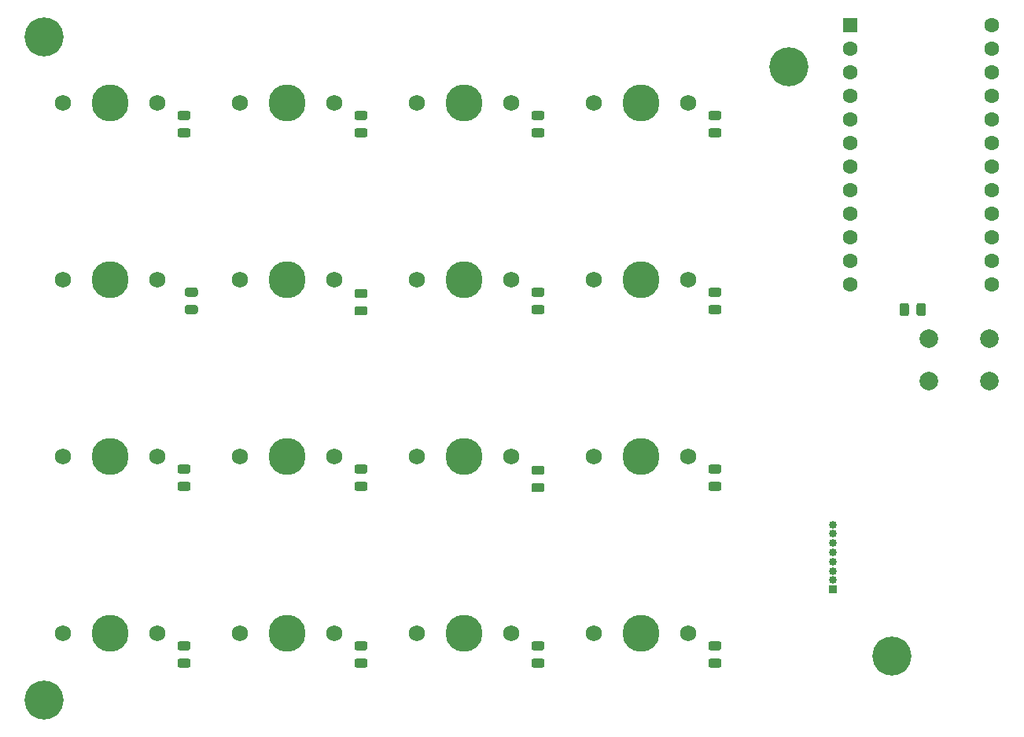
<source format=gts>
G04 #@! TF.GenerationSoftware,KiCad,Pcbnew,(5.1.9-0-10_14)*
G04 #@! TF.CreationDate,2021-01-09T16:16:36-06:00*
G04 #@! TF.ProjectId,16-key,31362d6b-6579-42e6-9b69-6361645f7063,rev?*
G04 #@! TF.SameCoordinates,Original*
G04 #@! TF.FileFunction,Soldermask,Top*
G04 #@! TF.FilePolarity,Negative*
%FSLAX46Y46*%
G04 Gerber Fmt 4.6, Leading zero omitted, Abs format (unit mm)*
G04 Created by KiCad (PCBNEW (5.1.9-0-10_14)) date 2021-01-09 16:16:36*
%MOMM*%
%LPD*%
G01*
G04 APERTURE LIST*
%ADD10C,4.200000*%
%ADD11O,0.850000X0.850000*%
%ADD12R,0.850000X0.850000*%
%ADD13C,1.600000*%
%ADD14R,1.600000X1.600000*%
%ADD15C,2.000000*%
%ADD16C,3.987800*%
%ADD17C,1.750000*%
G04 APERTURE END LIST*
D10*
G04 #@! TO.C,*
X180181250Y-92868750D03*
G04 #@! TD*
G04 #@! TO.C,*
X169068750Y-29368750D03*
G04 #@! TD*
G04 #@! TO.C,*
X88900000Y-26193750D03*
G04 #@! TD*
G04 #@! TO.C,*
X88900000Y-97631250D03*
G04 #@! TD*
G04 #@! TO.C,R1*
G36*
G01*
X182043750Y-55112499D02*
X182043750Y-56012501D01*
G75*
G02*
X181793751Y-56262500I-249999J0D01*
G01*
X181268749Y-56262500D01*
G75*
G02*
X181018750Y-56012501I0J249999D01*
G01*
X181018750Y-55112499D01*
G75*
G02*
X181268749Y-54862500I249999J0D01*
G01*
X181793751Y-54862500D01*
G75*
G02*
X182043750Y-55112499I0J-249999D01*
G01*
G37*
G36*
G01*
X183868750Y-55112499D02*
X183868750Y-56012501D01*
G75*
G02*
X183618751Y-56262500I-249999J0D01*
G01*
X183093749Y-56262500D01*
G75*
G02*
X182843750Y-56012501I0J249999D01*
G01*
X182843750Y-55112499D01*
G75*
G02*
X183093749Y-54862500I249999J0D01*
G01*
X183618751Y-54862500D01*
G75*
G02*
X183868750Y-55112499I0J-249999D01*
G01*
G37*
G04 #@! TD*
D11*
G04 #@! TO.C,MICROSD1*
X173831250Y-78725000D03*
X173831250Y-79725000D03*
X173831250Y-80725000D03*
X173831250Y-81725000D03*
X173831250Y-82725000D03*
X173831250Y-83725000D03*
X173831250Y-84725000D03*
D12*
X173831250Y-85725000D03*
G04 #@! TD*
D13*
G04 #@! TO.C,U1*
X190976250Y-24923750D03*
X190976250Y-27463750D03*
X190976250Y-30003750D03*
X190976250Y-32543750D03*
X190976250Y-35083750D03*
X190976250Y-37623750D03*
X190976250Y-40163750D03*
X190976250Y-42703750D03*
X190976250Y-45243750D03*
X190976250Y-47783750D03*
X190976250Y-50323750D03*
X190976250Y-52863750D03*
X175736250Y-52863750D03*
X175736250Y-50323750D03*
X175736250Y-47783750D03*
X175736250Y-45243750D03*
X175736250Y-42703750D03*
X175736250Y-40163750D03*
X175736250Y-37623750D03*
X175736250Y-35083750D03*
X175736250Y-32543750D03*
X175736250Y-30003750D03*
X175736250Y-27463750D03*
D14*
X175736250Y-24923750D03*
G04 #@! TD*
D15*
G04 #@! TO.C,RESET1*
X190650000Y-58737500D03*
X190650000Y-63237500D03*
X184150000Y-58737500D03*
X184150000Y-63237500D03*
G04 #@! TD*
D16*
G04 #@! TO.C,MX16*
X153193750Y-90487500D03*
D17*
X148113750Y-90487500D03*
X158273750Y-90487500D03*
G04 #@! TD*
D16*
G04 #@! TO.C,MX15*
X134143750Y-90487500D03*
D17*
X129063750Y-90487500D03*
X139223750Y-90487500D03*
G04 #@! TD*
D16*
G04 #@! TO.C,MX14*
X115093750Y-90487500D03*
D17*
X110013750Y-90487500D03*
X120173750Y-90487500D03*
G04 #@! TD*
D16*
G04 #@! TO.C,MX13*
X96043750Y-90487500D03*
D17*
X90963750Y-90487500D03*
X101123750Y-90487500D03*
G04 #@! TD*
D16*
G04 #@! TO.C,MX12*
X153193750Y-71437500D03*
D17*
X148113750Y-71437500D03*
X158273750Y-71437500D03*
G04 #@! TD*
D16*
G04 #@! TO.C,MX11*
X134143750Y-71437500D03*
D17*
X129063750Y-71437500D03*
X139223750Y-71437500D03*
G04 #@! TD*
D16*
G04 #@! TO.C,MX10*
X115093750Y-71437500D03*
D17*
X110013750Y-71437500D03*
X120173750Y-71437500D03*
G04 #@! TD*
D16*
G04 #@! TO.C,MX9*
X96043750Y-71437500D03*
D17*
X90963750Y-71437500D03*
X101123750Y-71437500D03*
G04 #@! TD*
D16*
G04 #@! TO.C,MX8*
X153193750Y-52387500D03*
D17*
X148113750Y-52387500D03*
X158273750Y-52387500D03*
G04 #@! TD*
D16*
G04 #@! TO.C,MX7*
X134143750Y-52387500D03*
D17*
X129063750Y-52387500D03*
X139223750Y-52387500D03*
G04 #@! TD*
D16*
G04 #@! TO.C,MX6*
X115093750Y-52387500D03*
D17*
X110013750Y-52387500D03*
X120173750Y-52387500D03*
G04 #@! TD*
D16*
G04 #@! TO.C,MX5*
X96043750Y-52387500D03*
D17*
X90963750Y-52387500D03*
X101123750Y-52387500D03*
G04 #@! TD*
D16*
G04 #@! TO.C,MX4*
X153193750Y-33337500D03*
D17*
X148113750Y-33337500D03*
X158273750Y-33337500D03*
G04 #@! TD*
D16*
G04 #@! TO.C,MX3*
X134143750Y-33337500D03*
D17*
X129063750Y-33337500D03*
X139223750Y-33337500D03*
G04 #@! TD*
D16*
G04 #@! TO.C,MX2*
X115093750Y-33337500D03*
D17*
X110013750Y-33337500D03*
X120173750Y-33337500D03*
G04 #@! TD*
D16*
G04 #@! TO.C,MX1*
X96043750Y-33337500D03*
D17*
X90963750Y-33337500D03*
X101123750Y-33337500D03*
G04 #@! TD*
G04 #@! TO.C,D16*
G36*
G01*
X161587500Y-92275000D02*
X160675000Y-92275000D01*
G75*
G02*
X160431250Y-92031250I0J243750D01*
G01*
X160431250Y-91543750D01*
G75*
G02*
X160675000Y-91300000I243750J0D01*
G01*
X161587500Y-91300000D01*
G75*
G02*
X161831250Y-91543750I0J-243750D01*
G01*
X161831250Y-92031250D01*
G75*
G02*
X161587500Y-92275000I-243750J0D01*
G01*
G37*
G36*
G01*
X161587500Y-94150000D02*
X160675000Y-94150000D01*
G75*
G02*
X160431250Y-93906250I0J243750D01*
G01*
X160431250Y-93418750D01*
G75*
G02*
X160675000Y-93175000I243750J0D01*
G01*
X161587500Y-93175000D01*
G75*
G02*
X161831250Y-93418750I0J-243750D01*
G01*
X161831250Y-93906250D01*
G75*
G02*
X161587500Y-94150000I-243750J0D01*
G01*
G37*
G04 #@! TD*
G04 #@! TO.C,D15*
G36*
G01*
X142537500Y-92275000D02*
X141625000Y-92275000D01*
G75*
G02*
X141381250Y-92031250I0J243750D01*
G01*
X141381250Y-91543750D01*
G75*
G02*
X141625000Y-91300000I243750J0D01*
G01*
X142537500Y-91300000D01*
G75*
G02*
X142781250Y-91543750I0J-243750D01*
G01*
X142781250Y-92031250D01*
G75*
G02*
X142537500Y-92275000I-243750J0D01*
G01*
G37*
G36*
G01*
X142537500Y-94150000D02*
X141625000Y-94150000D01*
G75*
G02*
X141381250Y-93906250I0J243750D01*
G01*
X141381250Y-93418750D01*
G75*
G02*
X141625000Y-93175000I243750J0D01*
G01*
X142537500Y-93175000D01*
G75*
G02*
X142781250Y-93418750I0J-243750D01*
G01*
X142781250Y-93906250D01*
G75*
G02*
X142537500Y-94150000I-243750J0D01*
G01*
G37*
G04 #@! TD*
G04 #@! TO.C,D14*
G36*
G01*
X123487500Y-92275000D02*
X122575000Y-92275000D01*
G75*
G02*
X122331250Y-92031250I0J243750D01*
G01*
X122331250Y-91543750D01*
G75*
G02*
X122575000Y-91300000I243750J0D01*
G01*
X123487500Y-91300000D01*
G75*
G02*
X123731250Y-91543750I0J-243750D01*
G01*
X123731250Y-92031250D01*
G75*
G02*
X123487500Y-92275000I-243750J0D01*
G01*
G37*
G36*
G01*
X123487500Y-94150000D02*
X122575000Y-94150000D01*
G75*
G02*
X122331250Y-93906250I0J243750D01*
G01*
X122331250Y-93418750D01*
G75*
G02*
X122575000Y-93175000I243750J0D01*
G01*
X123487500Y-93175000D01*
G75*
G02*
X123731250Y-93418750I0J-243750D01*
G01*
X123731250Y-93906250D01*
G75*
G02*
X123487500Y-94150000I-243750J0D01*
G01*
G37*
G04 #@! TD*
G04 #@! TO.C,D13*
G36*
G01*
X104437500Y-92275000D02*
X103525000Y-92275000D01*
G75*
G02*
X103281250Y-92031250I0J243750D01*
G01*
X103281250Y-91543750D01*
G75*
G02*
X103525000Y-91300000I243750J0D01*
G01*
X104437500Y-91300000D01*
G75*
G02*
X104681250Y-91543750I0J-243750D01*
G01*
X104681250Y-92031250D01*
G75*
G02*
X104437500Y-92275000I-243750J0D01*
G01*
G37*
G36*
G01*
X104437500Y-94150000D02*
X103525000Y-94150000D01*
G75*
G02*
X103281250Y-93906250I0J243750D01*
G01*
X103281250Y-93418750D01*
G75*
G02*
X103525000Y-93175000I243750J0D01*
G01*
X104437500Y-93175000D01*
G75*
G02*
X104681250Y-93418750I0J-243750D01*
G01*
X104681250Y-93906250D01*
G75*
G02*
X104437500Y-94150000I-243750J0D01*
G01*
G37*
G04 #@! TD*
G04 #@! TO.C,D12*
G36*
G01*
X161587500Y-73225000D02*
X160675000Y-73225000D01*
G75*
G02*
X160431250Y-72981250I0J243750D01*
G01*
X160431250Y-72493750D01*
G75*
G02*
X160675000Y-72250000I243750J0D01*
G01*
X161587500Y-72250000D01*
G75*
G02*
X161831250Y-72493750I0J-243750D01*
G01*
X161831250Y-72981250D01*
G75*
G02*
X161587500Y-73225000I-243750J0D01*
G01*
G37*
G36*
G01*
X161587500Y-75100000D02*
X160675000Y-75100000D01*
G75*
G02*
X160431250Y-74856250I0J243750D01*
G01*
X160431250Y-74368750D01*
G75*
G02*
X160675000Y-74125000I243750J0D01*
G01*
X161587500Y-74125000D01*
G75*
G02*
X161831250Y-74368750I0J-243750D01*
G01*
X161831250Y-74856250D01*
G75*
G02*
X161587500Y-75100000I-243750J0D01*
G01*
G37*
G04 #@! TD*
G04 #@! TO.C,D11*
G36*
G01*
X142537500Y-73368750D02*
X141625000Y-73368750D01*
G75*
G02*
X141381250Y-73125000I0J243750D01*
G01*
X141381250Y-72637500D01*
G75*
G02*
X141625000Y-72393750I243750J0D01*
G01*
X142537500Y-72393750D01*
G75*
G02*
X142781250Y-72637500I0J-243750D01*
G01*
X142781250Y-73125000D01*
G75*
G02*
X142537500Y-73368750I-243750J0D01*
G01*
G37*
G36*
G01*
X142537500Y-75243750D02*
X141625000Y-75243750D01*
G75*
G02*
X141381250Y-75000000I0J243750D01*
G01*
X141381250Y-74512500D01*
G75*
G02*
X141625000Y-74268750I243750J0D01*
G01*
X142537500Y-74268750D01*
G75*
G02*
X142781250Y-74512500I0J-243750D01*
G01*
X142781250Y-75000000D01*
G75*
G02*
X142537500Y-75243750I-243750J0D01*
G01*
G37*
G04 #@! TD*
G04 #@! TO.C,D10*
G36*
G01*
X123487500Y-73225000D02*
X122575000Y-73225000D01*
G75*
G02*
X122331250Y-72981250I0J243750D01*
G01*
X122331250Y-72493750D01*
G75*
G02*
X122575000Y-72250000I243750J0D01*
G01*
X123487500Y-72250000D01*
G75*
G02*
X123731250Y-72493750I0J-243750D01*
G01*
X123731250Y-72981250D01*
G75*
G02*
X123487500Y-73225000I-243750J0D01*
G01*
G37*
G36*
G01*
X123487500Y-75100000D02*
X122575000Y-75100000D01*
G75*
G02*
X122331250Y-74856250I0J243750D01*
G01*
X122331250Y-74368750D01*
G75*
G02*
X122575000Y-74125000I243750J0D01*
G01*
X123487500Y-74125000D01*
G75*
G02*
X123731250Y-74368750I0J-243750D01*
G01*
X123731250Y-74856250D01*
G75*
G02*
X123487500Y-75100000I-243750J0D01*
G01*
G37*
G04 #@! TD*
G04 #@! TO.C,D9*
G36*
G01*
X104437500Y-73225000D02*
X103525000Y-73225000D01*
G75*
G02*
X103281250Y-72981250I0J243750D01*
G01*
X103281250Y-72493750D01*
G75*
G02*
X103525000Y-72250000I243750J0D01*
G01*
X104437500Y-72250000D01*
G75*
G02*
X104681250Y-72493750I0J-243750D01*
G01*
X104681250Y-72981250D01*
G75*
G02*
X104437500Y-73225000I-243750J0D01*
G01*
G37*
G36*
G01*
X104437500Y-75100000D02*
X103525000Y-75100000D01*
G75*
G02*
X103281250Y-74856250I0J243750D01*
G01*
X103281250Y-74368750D01*
G75*
G02*
X103525000Y-74125000I243750J0D01*
G01*
X104437500Y-74125000D01*
G75*
G02*
X104681250Y-74368750I0J-243750D01*
G01*
X104681250Y-74856250D01*
G75*
G02*
X104437500Y-75100000I-243750J0D01*
G01*
G37*
G04 #@! TD*
G04 #@! TO.C,D8*
G36*
G01*
X161587500Y-54175000D02*
X160675000Y-54175000D01*
G75*
G02*
X160431250Y-53931250I0J243750D01*
G01*
X160431250Y-53443750D01*
G75*
G02*
X160675000Y-53200000I243750J0D01*
G01*
X161587500Y-53200000D01*
G75*
G02*
X161831250Y-53443750I0J-243750D01*
G01*
X161831250Y-53931250D01*
G75*
G02*
X161587500Y-54175000I-243750J0D01*
G01*
G37*
G36*
G01*
X161587500Y-56050000D02*
X160675000Y-56050000D01*
G75*
G02*
X160431250Y-55806250I0J243750D01*
G01*
X160431250Y-55318750D01*
G75*
G02*
X160675000Y-55075000I243750J0D01*
G01*
X161587500Y-55075000D01*
G75*
G02*
X161831250Y-55318750I0J-243750D01*
G01*
X161831250Y-55806250D01*
G75*
G02*
X161587500Y-56050000I-243750J0D01*
G01*
G37*
G04 #@! TD*
G04 #@! TO.C,D7*
G36*
G01*
X142537500Y-54175000D02*
X141625000Y-54175000D01*
G75*
G02*
X141381250Y-53931250I0J243750D01*
G01*
X141381250Y-53443750D01*
G75*
G02*
X141625000Y-53200000I243750J0D01*
G01*
X142537500Y-53200000D01*
G75*
G02*
X142781250Y-53443750I0J-243750D01*
G01*
X142781250Y-53931250D01*
G75*
G02*
X142537500Y-54175000I-243750J0D01*
G01*
G37*
G36*
G01*
X142537500Y-56050000D02*
X141625000Y-56050000D01*
G75*
G02*
X141381250Y-55806250I0J243750D01*
G01*
X141381250Y-55318750D01*
G75*
G02*
X141625000Y-55075000I243750J0D01*
G01*
X142537500Y-55075000D01*
G75*
G02*
X142781250Y-55318750I0J-243750D01*
G01*
X142781250Y-55806250D01*
G75*
G02*
X142537500Y-56050000I-243750J0D01*
G01*
G37*
G04 #@! TD*
G04 #@! TO.C,D6*
G36*
G01*
X123487500Y-54318750D02*
X122575000Y-54318750D01*
G75*
G02*
X122331250Y-54075000I0J243750D01*
G01*
X122331250Y-53587500D01*
G75*
G02*
X122575000Y-53343750I243750J0D01*
G01*
X123487500Y-53343750D01*
G75*
G02*
X123731250Y-53587500I0J-243750D01*
G01*
X123731250Y-54075000D01*
G75*
G02*
X123487500Y-54318750I-243750J0D01*
G01*
G37*
G36*
G01*
X123487500Y-56193750D02*
X122575000Y-56193750D01*
G75*
G02*
X122331250Y-55950000I0J243750D01*
G01*
X122331250Y-55462500D01*
G75*
G02*
X122575000Y-55218750I243750J0D01*
G01*
X123487500Y-55218750D01*
G75*
G02*
X123731250Y-55462500I0J-243750D01*
G01*
X123731250Y-55950000D01*
G75*
G02*
X123487500Y-56193750I-243750J0D01*
G01*
G37*
G04 #@! TD*
G04 #@! TO.C,D5*
G36*
G01*
X105231250Y-54175000D02*
X104318750Y-54175000D01*
G75*
G02*
X104075000Y-53931250I0J243750D01*
G01*
X104075000Y-53443750D01*
G75*
G02*
X104318750Y-53200000I243750J0D01*
G01*
X105231250Y-53200000D01*
G75*
G02*
X105475000Y-53443750I0J-243750D01*
G01*
X105475000Y-53931250D01*
G75*
G02*
X105231250Y-54175000I-243750J0D01*
G01*
G37*
G36*
G01*
X105231250Y-56050000D02*
X104318750Y-56050000D01*
G75*
G02*
X104075000Y-55806250I0J243750D01*
G01*
X104075000Y-55318750D01*
G75*
G02*
X104318750Y-55075000I243750J0D01*
G01*
X105231250Y-55075000D01*
G75*
G02*
X105475000Y-55318750I0J-243750D01*
G01*
X105475000Y-55806250D01*
G75*
G02*
X105231250Y-56050000I-243750J0D01*
G01*
G37*
G04 #@! TD*
G04 #@! TO.C,D4*
G36*
G01*
X161587500Y-35125000D02*
X160675000Y-35125000D01*
G75*
G02*
X160431250Y-34881250I0J243750D01*
G01*
X160431250Y-34393750D01*
G75*
G02*
X160675000Y-34150000I243750J0D01*
G01*
X161587500Y-34150000D01*
G75*
G02*
X161831250Y-34393750I0J-243750D01*
G01*
X161831250Y-34881250D01*
G75*
G02*
X161587500Y-35125000I-243750J0D01*
G01*
G37*
G36*
G01*
X161587500Y-37000000D02*
X160675000Y-37000000D01*
G75*
G02*
X160431250Y-36756250I0J243750D01*
G01*
X160431250Y-36268750D01*
G75*
G02*
X160675000Y-36025000I243750J0D01*
G01*
X161587500Y-36025000D01*
G75*
G02*
X161831250Y-36268750I0J-243750D01*
G01*
X161831250Y-36756250D01*
G75*
G02*
X161587500Y-37000000I-243750J0D01*
G01*
G37*
G04 #@! TD*
G04 #@! TO.C,D3*
G36*
G01*
X142537500Y-35125000D02*
X141625000Y-35125000D01*
G75*
G02*
X141381250Y-34881250I0J243750D01*
G01*
X141381250Y-34393750D01*
G75*
G02*
X141625000Y-34150000I243750J0D01*
G01*
X142537500Y-34150000D01*
G75*
G02*
X142781250Y-34393750I0J-243750D01*
G01*
X142781250Y-34881250D01*
G75*
G02*
X142537500Y-35125000I-243750J0D01*
G01*
G37*
G36*
G01*
X142537500Y-37000000D02*
X141625000Y-37000000D01*
G75*
G02*
X141381250Y-36756250I0J243750D01*
G01*
X141381250Y-36268750D01*
G75*
G02*
X141625000Y-36025000I243750J0D01*
G01*
X142537500Y-36025000D01*
G75*
G02*
X142781250Y-36268750I0J-243750D01*
G01*
X142781250Y-36756250D01*
G75*
G02*
X142537500Y-37000000I-243750J0D01*
G01*
G37*
G04 #@! TD*
G04 #@! TO.C,D2*
G36*
G01*
X123487500Y-35125000D02*
X122575000Y-35125000D01*
G75*
G02*
X122331250Y-34881250I0J243750D01*
G01*
X122331250Y-34393750D01*
G75*
G02*
X122575000Y-34150000I243750J0D01*
G01*
X123487500Y-34150000D01*
G75*
G02*
X123731250Y-34393750I0J-243750D01*
G01*
X123731250Y-34881250D01*
G75*
G02*
X123487500Y-35125000I-243750J0D01*
G01*
G37*
G36*
G01*
X123487500Y-37000000D02*
X122575000Y-37000000D01*
G75*
G02*
X122331250Y-36756250I0J243750D01*
G01*
X122331250Y-36268750D01*
G75*
G02*
X122575000Y-36025000I243750J0D01*
G01*
X123487500Y-36025000D01*
G75*
G02*
X123731250Y-36268750I0J-243750D01*
G01*
X123731250Y-36756250D01*
G75*
G02*
X123487500Y-37000000I-243750J0D01*
G01*
G37*
G04 #@! TD*
G04 #@! TO.C,D1*
G36*
G01*
X104437500Y-35125000D02*
X103525000Y-35125000D01*
G75*
G02*
X103281250Y-34881250I0J243750D01*
G01*
X103281250Y-34393750D01*
G75*
G02*
X103525000Y-34150000I243750J0D01*
G01*
X104437500Y-34150000D01*
G75*
G02*
X104681250Y-34393750I0J-243750D01*
G01*
X104681250Y-34881250D01*
G75*
G02*
X104437500Y-35125000I-243750J0D01*
G01*
G37*
G36*
G01*
X104437500Y-37000000D02*
X103525000Y-37000000D01*
G75*
G02*
X103281250Y-36756250I0J243750D01*
G01*
X103281250Y-36268750D01*
G75*
G02*
X103525000Y-36025000I243750J0D01*
G01*
X104437500Y-36025000D01*
G75*
G02*
X104681250Y-36268750I0J-243750D01*
G01*
X104681250Y-36756250D01*
G75*
G02*
X104437500Y-37000000I-243750J0D01*
G01*
G37*
G04 #@! TD*
M02*

</source>
